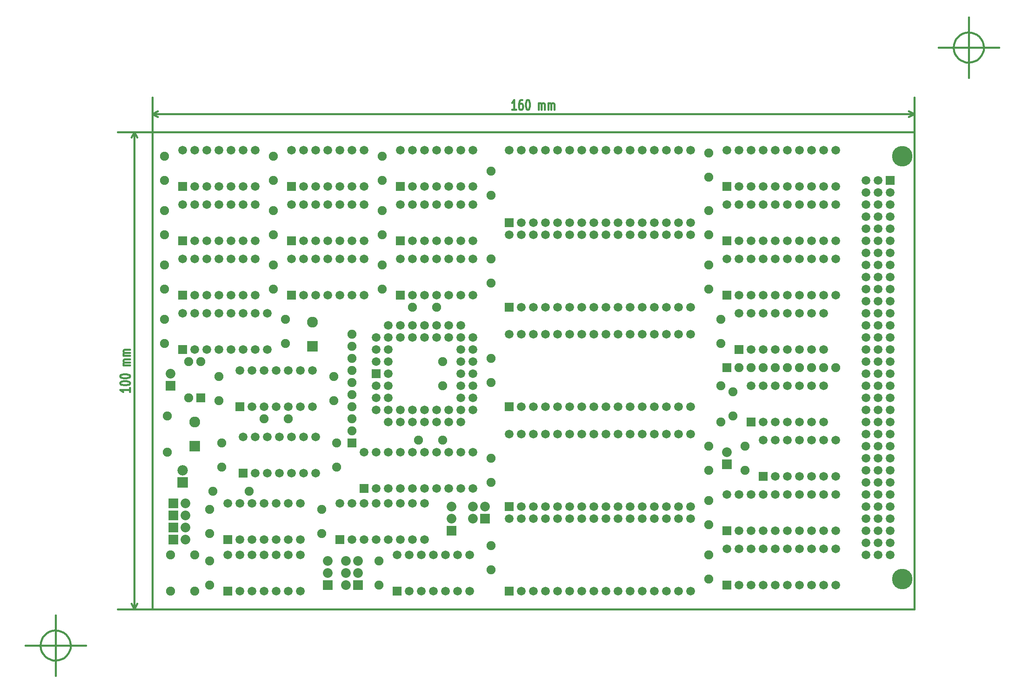
<source format=gts>
G04 (created by PCBNEW-RS274X (2011-07-12 BZR 3047)-stable) date Mon 09 Sep 2013 07:59:49 PM PDT*
G01*
G70*
G90*
%MOIN*%
G04 Gerber Fmt 3.4, Leading zero omitted, Abs format*
%FSLAX34Y34*%
G04 APERTURE LIST*
%ADD10C,0.006000*%
%ADD11C,0.015000*%
%ADD12C,0.075000*%
%ADD13R,0.090000X0.090000*%
%ADD14C,0.090000*%
%ADD15R,0.072000X0.072000*%
%ADD16C,0.072000*%
%ADD17C,0.170000*%
%ADD18R,0.075000X0.075000*%
%ADD19R,0.086000X0.086000*%
%ADD20C,0.086000*%
%ADD21R,0.080000X0.080000*%
%ADD22C,0.080000*%
G04 APERTURE END LIST*
G54D10*
G54D11*
X93500Y-60500D02*
X93500Y-21000D01*
X30500Y-60500D02*
X93500Y-60500D01*
X30500Y-21000D02*
X30500Y-60500D01*
X23750Y-63500D02*
X23726Y-63742D01*
X23655Y-63976D01*
X23541Y-64191D01*
X23386Y-64380D01*
X23198Y-64536D01*
X22984Y-64652D01*
X22751Y-64724D01*
X22508Y-64749D01*
X22266Y-64727D01*
X22032Y-64658D01*
X21816Y-64545D01*
X21626Y-64393D01*
X21469Y-64206D01*
X21352Y-63992D01*
X21278Y-63759D01*
X21251Y-63517D01*
X21271Y-63275D01*
X21338Y-63040D01*
X21450Y-62823D01*
X21601Y-62632D01*
X21787Y-62474D01*
X22000Y-62355D01*
X22232Y-62280D01*
X22474Y-62251D01*
X22717Y-62269D01*
X22952Y-62335D01*
X23169Y-62445D01*
X23362Y-62595D01*
X23521Y-62780D01*
X23641Y-62992D01*
X23718Y-63224D01*
X23749Y-63466D01*
X23750Y-63500D01*
X20000Y-63500D02*
X25000Y-63500D01*
X22500Y-61000D02*
X22500Y-66000D01*
X99250Y-14000D02*
X99226Y-14242D01*
X99155Y-14476D01*
X99041Y-14691D01*
X98886Y-14880D01*
X98698Y-15036D01*
X98484Y-15152D01*
X98251Y-15224D01*
X98008Y-15249D01*
X97766Y-15227D01*
X97532Y-15158D01*
X97316Y-15045D01*
X97126Y-14893D01*
X96969Y-14706D01*
X96852Y-14492D01*
X96778Y-14259D01*
X96751Y-14017D01*
X96771Y-13775D01*
X96838Y-13540D01*
X96950Y-13323D01*
X97101Y-13132D01*
X97287Y-12974D01*
X97500Y-12855D01*
X97732Y-12780D01*
X97974Y-12751D01*
X98217Y-12769D01*
X98452Y-12835D01*
X98669Y-12945D01*
X98862Y-13095D01*
X99021Y-13280D01*
X99141Y-13492D01*
X99218Y-13724D01*
X99249Y-13966D01*
X99250Y-14000D01*
X95500Y-14000D02*
X100500Y-14000D01*
X98000Y-11500D02*
X98000Y-16500D01*
X28639Y-42178D02*
X28639Y-42521D01*
X28639Y-42349D02*
X27839Y-42349D01*
X27953Y-42406D01*
X28029Y-42464D01*
X28067Y-42521D01*
X27839Y-41807D02*
X27839Y-41750D01*
X27877Y-41693D01*
X27915Y-41664D01*
X27991Y-41635D01*
X28144Y-41607D01*
X28334Y-41607D01*
X28486Y-41635D01*
X28563Y-41664D01*
X28601Y-41693D01*
X28639Y-41750D01*
X28639Y-41807D01*
X28601Y-41864D01*
X28563Y-41893D01*
X28486Y-41921D01*
X28334Y-41950D01*
X28144Y-41950D01*
X27991Y-41921D01*
X27915Y-41893D01*
X27877Y-41864D01*
X27839Y-41807D01*
X27839Y-41236D02*
X27839Y-41179D01*
X27877Y-41122D01*
X27915Y-41093D01*
X27991Y-41064D01*
X28144Y-41036D01*
X28334Y-41036D01*
X28486Y-41064D01*
X28563Y-41093D01*
X28601Y-41122D01*
X28639Y-41179D01*
X28639Y-41236D01*
X28601Y-41293D01*
X28563Y-41322D01*
X28486Y-41350D01*
X28334Y-41379D01*
X28144Y-41379D01*
X27991Y-41350D01*
X27915Y-41322D01*
X27877Y-41293D01*
X27839Y-41236D01*
X28639Y-40322D02*
X28105Y-40322D01*
X28182Y-40322D02*
X28144Y-40294D01*
X28105Y-40236D01*
X28105Y-40151D01*
X28144Y-40094D01*
X28220Y-40065D01*
X28639Y-40065D01*
X28220Y-40065D02*
X28144Y-40036D01*
X28105Y-39979D01*
X28105Y-39894D01*
X28144Y-39836D01*
X28220Y-39808D01*
X28639Y-39808D01*
X28639Y-39522D02*
X28105Y-39522D01*
X28182Y-39522D02*
X28144Y-39494D01*
X28105Y-39436D01*
X28105Y-39351D01*
X28144Y-39294D01*
X28220Y-39265D01*
X28639Y-39265D01*
X28220Y-39265D02*
X28144Y-39236D01*
X28105Y-39179D01*
X28105Y-39094D01*
X28144Y-39036D01*
X28220Y-39008D01*
X28639Y-39008D01*
X29000Y-60500D02*
X29000Y-21000D01*
X30500Y-60500D02*
X27630Y-60500D01*
X30500Y-21000D02*
X27630Y-21000D01*
X29000Y-21000D02*
X29230Y-21443D01*
X29000Y-21000D02*
X28770Y-21443D01*
X29000Y-60500D02*
X29230Y-60057D01*
X29000Y-60500D02*
X28770Y-60057D01*
X30500Y-21000D02*
X93500Y-21000D01*
X60572Y-19140D02*
X60229Y-19140D01*
X60401Y-19140D02*
X60401Y-18340D01*
X60344Y-18454D01*
X60286Y-18530D01*
X60229Y-18568D01*
X61086Y-18340D02*
X60972Y-18340D01*
X60915Y-18378D01*
X60886Y-18416D01*
X60829Y-18530D01*
X60800Y-18683D01*
X60800Y-18987D01*
X60829Y-19064D01*
X60857Y-19102D01*
X60915Y-19140D01*
X61029Y-19140D01*
X61086Y-19102D01*
X61115Y-19064D01*
X61143Y-18987D01*
X61143Y-18797D01*
X61115Y-18721D01*
X61086Y-18683D01*
X61029Y-18645D01*
X60915Y-18645D01*
X60857Y-18683D01*
X60829Y-18721D01*
X60800Y-18797D01*
X61514Y-18340D02*
X61571Y-18340D01*
X61628Y-18378D01*
X61657Y-18416D01*
X61686Y-18492D01*
X61714Y-18645D01*
X61714Y-18835D01*
X61686Y-18987D01*
X61657Y-19064D01*
X61628Y-19102D01*
X61571Y-19140D01*
X61514Y-19140D01*
X61457Y-19102D01*
X61428Y-19064D01*
X61400Y-18987D01*
X61371Y-18835D01*
X61371Y-18645D01*
X61400Y-18492D01*
X61428Y-18416D01*
X61457Y-18378D01*
X61514Y-18340D01*
X62428Y-19140D02*
X62428Y-18606D01*
X62428Y-18683D02*
X62456Y-18645D01*
X62514Y-18606D01*
X62599Y-18606D01*
X62656Y-18645D01*
X62685Y-18721D01*
X62685Y-19140D01*
X62685Y-18721D02*
X62714Y-18645D01*
X62771Y-18606D01*
X62856Y-18606D01*
X62914Y-18645D01*
X62942Y-18721D01*
X62942Y-19140D01*
X63228Y-19140D02*
X63228Y-18606D01*
X63228Y-18683D02*
X63256Y-18645D01*
X63314Y-18606D01*
X63399Y-18606D01*
X63456Y-18645D01*
X63485Y-18721D01*
X63485Y-19140D01*
X63485Y-18721D02*
X63514Y-18645D01*
X63571Y-18606D01*
X63656Y-18606D01*
X63714Y-18645D01*
X63742Y-18721D01*
X63742Y-19140D01*
X30500Y-19501D02*
X93500Y-19501D01*
X30500Y-21000D02*
X30500Y-18131D01*
X93500Y-21000D02*
X93500Y-18131D01*
X93500Y-19501D02*
X93057Y-19731D01*
X93500Y-19501D02*
X93057Y-19271D01*
X30500Y-19501D02*
X30943Y-19731D01*
X30500Y-19501D02*
X30943Y-19271D01*
G54D12*
X54500Y-42000D03*
X54500Y-40000D03*
X77500Y-36500D03*
X77500Y-38500D03*
X49500Y-32000D03*
X49500Y-34000D03*
X31500Y-32000D03*
X31500Y-34000D03*
X49500Y-27500D03*
X49500Y-29500D03*
X45750Y-46750D03*
X45750Y-48750D03*
X79500Y-47000D03*
X79500Y-49000D03*
X35250Y-52250D03*
X35250Y-54250D03*
X76500Y-32000D03*
X76500Y-34000D03*
X58500Y-48000D03*
X58500Y-50000D03*
X58500Y-31500D03*
X58500Y-33500D03*
X76500Y-27500D03*
X76500Y-29500D03*
X76500Y-22750D03*
X76500Y-24750D03*
X41500Y-38500D03*
X41500Y-36500D03*
X58500Y-24250D03*
X58500Y-26250D03*
X58500Y-55250D03*
X58500Y-57250D03*
X49250Y-56500D03*
X49250Y-58500D03*
X36250Y-46750D03*
X36250Y-48750D03*
X31500Y-27500D03*
X31500Y-29500D03*
X31500Y-23000D03*
X31500Y-25000D03*
X44500Y-52250D03*
X44500Y-54250D03*
X35250Y-56500D03*
X35250Y-58500D03*
X36000Y-41250D03*
X36000Y-43250D03*
X45500Y-41250D03*
X45500Y-43250D03*
X40500Y-32000D03*
X40500Y-34000D03*
X40500Y-27500D03*
X40500Y-29500D03*
X40500Y-23000D03*
X40500Y-25000D03*
X49500Y-23000D03*
X49500Y-25000D03*
X76500Y-56000D03*
X76500Y-58000D03*
X76500Y-51500D03*
X76500Y-53500D03*
X76500Y-47000D03*
X76500Y-49000D03*
X78500Y-42500D03*
X78500Y-44500D03*
X52500Y-46500D03*
X54500Y-46500D03*
X31500Y-36500D03*
X31500Y-38500D03*
X52000Y-35500D03*
X54000Y-35500D03*
X58500Y-39750D03*
X58500Y-41750D03*
X39750Y-44750D03*
X41750Y-44750D03*
G54D13*
X34000Y-47000D03*
G54D14*
X34000Y-45000D03*
G54D13*
X43750Y-38750D03*
G54D14*
X43750Y-36750D03*
G54D15*
X91500Y-25000D03*
G54D16*
X91500Y-26000D03*
X91500Y-27000D03*
X91500Y-28000D03*
X91500Y-29000D03*
X91500Y-30000D03*
X91500Y-31000D03*
X91500Y-32000D03*
X91500Y-33000D03*
X91500Y-34000D03*
X91500Y-35000D03*
X91500Y-36000D03*
X91500Y-37000D03*
X91500Y-38000D03*
X91500Y-39000D03*
X91500Y-40000D03*
X91500Y-41000D03*
X91500Y-42000D03*
X91500Y-43000D03*
X91500Y-44000D03*
X91500Y-45000D03*
X91500Y-46000D03*
X91500Y-47000D03*
X91500Y-48000D03*
X91500Y-49000D03*
X91500Y-50000D03*
X91500Y-51000D03*
X91500Y-52000D03*
X91500Y-53000D03*
X91500Y-54000D03*
X91500Y-55000D03*
X91500Y-56000D03*
X90500Y-25000D03*
X90500Y-26000D03*
X90500Y-27000D03*
X90500Y-28000D03*
X90500Y-29000D03*
X90500Y-30000D03*
X90500Y-31000D03*
X90500Y-32000D03*
X90500Y-33000D03*
X90500Y-34000D03*
X90500Y-35000D03*
X90500Y-36000D03*
X90500Y-37000D03*
X90500Y-38000D03*
X90500Y-39000D03*
X90500Y-40000D03*
X90500Y-41000D03*
X90500Y-42000D03*
X90500Y-43000D03*
X90500Y-44000D03*
X90500Y-45000D03*
X90500Y-46000D03*
X90500Y-47000D03*
X90500Y-48000D03*
X90500Y-49000D03*
X90500Y-50000D03*
X90500Y-51000D03*
X90500Y-52000D03*
X90500Y-53000D03*
X90500Y-54000D03*
X90500Y-55000D03*
X90500Y-56000D03*
X89500Y-25000D03*
X89500Y-26000D03*
X89500Y-27000D03*
X89500Y-28000D03*
X89500Y-29000D03*
X89500Y-30000D03*
X89500Y-31000D03*
X89500Y-32000D03*
X89500Y-33000D03*
X89500Y-34000D03*
X89500Y-35000D03*
X89500Y-36000D03*
X89500Y-37000D03*
X89500Y-38000D03*
X89500Y-39000D03*
X89500Y-40000D03*
X89500Y-41000D03*
X89500Y-42000D03*
X89500Y-43000D03*
X89500Y-44000D03*
X89500Y-45000D03*
X89500Y-46000D03*
X89500Y-47000D03*
X89500Y-48000D03*
X89500Y-49000D03*
X89500Y-50000D03*
X89500Y-51000D03*
X89500Y-52000D03*
X89500Y-53000D03*
X89500Y-54000D03*
X89500Y-55000D03*
X89500Y-56000D03*
G54D17*
X92500Y-58000D03*
X92500Y-23000D03*
G54D18*
X34500Y-43000D03*
G54D12*
X34500Y-40000D03*
G54D15*
X38000Y-49250D03*
G54D16*
X39000Y-49250D03*
X40000Y-49250D03*
X41000Y-49250D03*
X42000Y-49250D03*
X43000Y-49250D03*
X44000Y-49250D03*
X44000Y-46250D03*
X43000Y-46250D03*
X42000Y-46250D03*
X41000Y-46250D03*
X40000Y-46250D03*
X39000Y-46250D03*
X38000Y-46250D03*
G54D15*
X36750Y-54750D03*
G54D16*
X37750Y-54750D03*
X38750Y-54750D03*
X39750Y-54750D03*
X40750Y-54750D03*
X41750Y-54750D03*
X42750Y-54750D03*
X42750Y-51750D03*
X41750Y-51750D03*
X40750Y-51750D03*
X39750Y-51750D03*
X38750Y-51750D03*
X37750Y-51750D03*
X36750Y-51750D03*
G54D15*
X42000Y-25500D03*
G54D16*
X43000Y-25500D03*
X44000Y-25500D03*
X45000Y-25500D03*
X46000Y-25500D03*
X47000Y-25500D03*
X48000Y-25500D03*
X48000Y-22500D03*
X47000Y-22500D03*
X46000Y-22500D03*
X45000Y-22500D03*
X44000Y-22500D03*
X43000Y-22500D03*
X42000Y-22500D03*
G54D15*
X36750Y-59000D03*
G54D16*
X37750Y-59000D03*
X38750Y-59000D03*
X39750Y-59000D03*
X40750Y-59000D03*
X41750Y-59000D03*
X42750Y-59000D03*
X42750Y-56000D03*
X41750Y-56000D03*
X40750Y-56000D03*
X39750Y-56000D03*
X38750Y-56000D03*
X37750Y-56000D03*
X36750Y-56000D03*
G54D15*
X33000Y-34500D03*
G54D16*
X34000Y-34500D03*
X35000Y-34500D03*
X36000Y-34500D03*
X37000Y-34500D03*
X38000Y-34500D03*
X39000Y-34500D03*
X39000Y-31500D03*
X38000Y-31500D03*
X37000Y-31500D03*
X36000Y-31500D03*
X35000Y-31500D03*
X34000Y-31500D03*
X33000Y-31500D03*
G54D15*
X33000Y-25500D03*
G54D16*
X34000Y-25500D03*
X35000Y-25500D03*
X36000Y-25500D03*
X37000Y-25500D03*
X38000Y-25500D03*
X39000Y-25500D03*
X39000Y-22500D03*
X38000Y-22500D03*
X37000Y-22500D03*
X36000Y-22500D03*
X35000Y-22500D03*
X34000Y-22500D03*
X33000Y-22500D03*
G54D15*
X42000Y-34500D03*
G54D16*
X43000Y-34500D03*
X44000Y-34500D03*
X45000Y-34500D03*
X46000Y-34500D03*
X47000Y-34500D03*
X48000Y-34500D03*
X48000Y-31500D03*
X47000Y-31500D03*
X46000Y-31500D03*
X45000Y-31500D03*
X44000Y-31500D03*
X43000Y-31500D03*
X42000Y-31500D03*
G54D15*
X51000Y-30000D03*
G54D16*
X52000Y-30000D03*
X53000Y-30000D03*
X54000Y-30000D03*
X55000Y-30000D03*
X56000Y-30000D03*
X57000Y-30000D03*
X57000Y-27000D03*
X56000Y-27000D03*
X55000Y-27000D03*
X54000Y-27000D03*
X53000Y-27000D03*
X52000Y-27000D03*
X51000Y-27000D03*
G54D15*
X81000Y-49500D03*
G54D16*
X82000Y-49500D03*
X83000Y-49500D03*
X84000Y-49500D03*
X85000Y-49500D03*
X86000Y-49500D03*
X87000Y-49500D03*
X87000Y-46500D03*
X86000Y-46500D03*
X85000Y-46500D03*
X84000Y-46500D03*
X83000Y-46500D03*
X82000Y-46500D03*
X81000Y-46500D03*
G54D15*
X37750Y-43750D03*
G54D16*
X38750Y-43750D03*
X39750Y-43750D03*
X40750Y-43750D03*
X41750Y-43750D03*
X42750Y-43750D03*
X43750Y-43750D03*
X43750Y-40750D03*
X42750Y-40750D03*
X41750Y-40750D03*
X40750Y-40750D03*
X39750Y-40750D03*
X38750Y-40750D03*
X37750Y-40750D03*
G54D15*
X42000Y-30000D03*
G54D16*
X43000Y-30000D03*
X44000Y-30000D03*
X45000Y-30000D03*
X46000Y-30000D03*
X47000Y-30000D03*
X48000Y-30000D03*
X48000Y-27000D03*
X47000Y-27000D03*
X46000Y-27000D03*
X45000Y-27000D03*
X44000Y-27000D03*
X43000Y-27000D03*
X42000Y-27000D03*
G54D15*
X33000Y-30000D03*
G54D16*
X34000Y-30000D03*
X35000Y-30000D03*
X36000Y-30000D03*
X37000Y-30000D03*
X38000Y-30000D03*
X39000Y-30000D03*
X39000Y-27000D03*
X38000Y-27000D03*
X37000Y-27000D03*
X36000Y-27000D03*
X35000Y-27000D03*
X34000Y-27000D03*
X33000Y-27000D03*
G54D15*
X51000Y-34500D03*
G54D16*
X52000Y-34500D03*
X53000Y-34500D03*
X54000Y-34500D03*
X55000Y-34500D03*
X56000Y-34500D03*
X57000Y-34500D03*
X57000Y-31500D03*
X56000Y-31500D03*
X55000Y-31500D03*
X54000Y-31500D03*
X53000Y-31500D03*
X52000Y-31500D03*
X51000Y-31500D03*
G54D15*
X51000Y-25500D03*
G54D16*
X52000Y-25500D03*
X53000Y-25500D03*
X54000Y-25500D03*
X55000Y-25500D03*
X56000Y-25500D03*
X57000Y-25500D03*
X57000Y-22500D03*
X56000Y-22500D03*
X55000Y-22500D03*
X54000Y-22500D03*
X53000Y-22500D03*
X52000Y-22500D03*
X51000Y-22500D03*
G54D15*
X79000Y-39000D03*
G54D16*
X80000Y-39000D03*
X81000Y-39000D03*
X82000Y-39000D03*
X83000Y-39000D03*
X84000Y-39000D03*
X85000Y-39000D03*
X86000Y-39000D03*
X86000Y-36000D03*
X85000Y-36000D03*
X84000Y-36000D03*
X83000Y-36000D03*
X82000Y-36000D03*
X81000Y-36000D03*
X80000Y-36000D03*
X79000Y-36000D03*
G54D15*
X46000Y-54750D03*
G54D16*
X47000Y-54750D03*
X48000Y-54750D03*
X49000Y-54750D03*
X50000Y-54750D03*
X51000Y-54750D03*
X52000Y-54750D03*
X53000Y-54750D03*
X53000Y-51750D03*
X52000Y-51750D03*
X51000Y-51750D03*
X50000Y-51750D03*
X49000Y-51750D03*
X48000Y-51750D03*
X47000Y-51750D03*
X46000Y-51750D03*
G54D15*
X33000Y-39000D03*
G54D16*
X34000Y-39000D03*
X35000Y-39000D03*
X36000Y-39000D03*
X37000Y-39000D03*
X38000Y-39000D03*
X39000Y-39000D03*
X40000Y-39000D03*
X40000Y-36000D03*
X39000Y-36000D03*
X38000Y-36000D03*
X37000Y-36000D03*
X36000Y-36000D03*
X35000Y-36000D03*
X34000Y-36000D03*
X33000Y-36000D03*
G54D15*
X48000Y-50500D03*
G54D16*
X49000Y-50500D03*
X50000Y-50500D03*
X51000Y-50500D03*
X52000Y-50500D03*
X53000Y-50500D03*
X54000Y-50500D03*
X55000Y-50500D03*
X56000Y-50500D03*
X57000Y-50500D03*
X57000Y-47500D03*
X56000Y-47500D03*
X55000Y-47500D03*
X54000Y-47500D03*
X53000Y-47500D03*
X52000Y-47500D03*
X51000Y-47500D03*
X50000Y-47500D03*
X49000Y-47500D03*
X48000Y-47500D03*
G54D15*
X78000Y-25500D03*
G54D16*
X79000Y-25500D03*
X80000Y-25500D03*
X81000Y-25500D03*
X82000Y-25500D03*
X83000Y-25500D03*
X84000Y-25500D03*
X85000Y-25500D03*
X86000Y-25500D03*
X87000Y-25500D03*
X87000Y-22500D03*
X86000Y-22500D03*
X85000Y-22500D03*
X84000Y-22500D03*
X83000Y-22500D03*
X82000Y-22500D03*
X81000Y-22500D03*
X80000Y-22500D03*
X79000Y-22500D03*
X78000Y-22500D03*
G54D15*
X78000Y-58500D03*
G54D16*
X79000Y-58500D03*
X80000Y-58500D03*
X81000Y-58500D03*
X82000Y-58500D03*
X83000Y-58500D03*
X84000Y-58500D03*
X85000Y-58500D03*
X86000Y-58500D03*
X87000Y-58500D03*
X87000Y-55500D03*
X86000Y-55500D03*
X85000Y-55500D03*
X84000Y-55500D03*
X83000Y-55500D03*
X82000Y-55500D03*
X81000Y-55500D03*
X80000Y-55500D03*
X79000Y-55500D03*
X78000Y-55500D03*
G54D15*
X78000Y-30000D03*
G54D16*
X79000Y-30000D03*
X80000Y-30000D03*
X81000Y-30000D03*
X82000Y-30000D03*
X83000Y-30000D03*
X84000Y-30000D03*
X85000Y-30000D03*
X86000Y-30000D03*
X87000Y-30000D03*
X87000Y-27000D03*
X86000Y-27000D03*
X85000Y-27000D03*
X84000Y-27000D03*
X83000Y-27000D03*
X82000Y-27000D03*
X81000Y-27000D03*
X80000Y-27000D03*
X79000Y-27000D03*
X78000Y-27000D03*
G54D15*
X78000Y-54000D03*
G54D16*
X79000Y-54000D03*
X80000Y-54000D03*
X81000Y-54000D03*
X82000Y-54000D03*
X83000Y-54000D03*
X84000Y-54000D03*
X85000Y-54000D03*
X86000Y-54000D03*
X87000Y-54000D03*
X87000Y-51000D03*
X86000Y-51000D03*
X85000Y-51000D03*
X84000Y-51000D03*
X83000Y-51000D03*
X82000Y-51000D03*
X81000Y-51000D03*
X80000Y-51000D03*
X79000Y-51000D03*
X78000Y-51000D03*
G54D15*
X78000Y-34500D03*
G54D16*
X79000Y-34500D03*
X80000Y-34500D03*
X81000Y-34500D03*
X82000Y-34500D03*
X83000Y-34500D03*
X84000Y-34500D03*
X85000Y-34500D03*
X86000Y-34500D03*
X87000Y-34500D03*
X87000Y-31500D03*
X86000Y-31500D03*
X85000Y-31500D03*
X84000Y-31500D03*
X83000Y-31500D03*
X82000Y-31500D03*
X81000Y-31500D03*
X80000Y-31500D03*
X79000Y-31500D03*
X78000Y-31500D03*
G54D15*
X60000Y-28500D03*
G54D16*
X61000Y-28500D03*
X62000Y-28500D03*
X63000Y-28500D03*
X64000Y-28500D03*
X65000Y-28500D03*
X66000Y-28500D03*
X67000Y-28500D03*
X68000Y-28500D03*
X69000Y-28500D03*
X70000Y-28500D03*
X71000Y-28500D03*
X72000Y-28500D03*
X73000Y-28500D03*
X74000Y-28500D03*
X75000Y-28500D03*
X75000Y-22500D03*
X74000Y-22500D03*
X73000Y-22500D03*
X72000Y-22500D03*
X71000Y-22500D03*
X70000Y-22500D03*
X69000Y-22500D03*
X68000Y-22500D03*
X67000Y-22500D03*
X66000Y-22500D03*
X65000Y-22500D03*
X64000Y-22500D03*
X63000Y-22500D03*
X62000Y-22500D03*
X61000Y-22500D03*
X60000Y-22500D03*
G54D15*
X60000Y-35500D03*
G54D16*
X61000Y-35500D03*
X62000Y-35500D03*
X63000Y-35500D03*
X64000Y-35500D03*
X65000Y-35500D03*
X66000Y-35500D03*
X67000Y-35500D03*
X68000Y-35500D03*
X69000Y-35500D03*
X70000Y-35500D03*
X71000Y-35500D03*
X72000Y-35500D03*
X73000Y-35500D03*
X74000Y-35500D03*
X75000Y-35500D03*
X75000Y-29500D03*
X74000Y-29500D03*
X73000Y-29500D03*
X72000Y-29500D03*
X71000Y-29500D03*
X70000Y-29500D03*
X69000Y-29500D03*
X68000Y-29500D03*
X67000Y-29500D03*
X66000Y-29500D03*
X65000Y-29500D03*
X64000Y-29500D03*
X63000Y-29500D03*
X62000Y-29500D03*
X61000Y-29500D03*
X60000Y-29500D03*
G54D15*
X60000Y-52000D03*
G54D16*
X61000Y-52000D03*
X62000Y-52000D03*
X63000Y-52000D03*
X64000Y-52000D03*
X65000Y-52000D03*
X66000Y-52000D03*
X67000Y-52000D03*
X68000Y-52000D03*
X69000Y-52000D03*
X70000Y-52000D03*
X71000Y-52000D03*
X72000Y-52000D03*
X73000Y-52000D03*
X74000Y-52000D03*
X75000Y-52000D03*
X75000Y-46000D03*
X74000Y-46000D03*
X73000Y-46000D03*
X72000Y-46000D03*
X71000Y-46000D03*
X70000Y-46000D03*
X69000Y-46000D03*
X68000Y-46000D03*
X67000Y-46000D03*
X66000Y-46000D03*
X65000Y-46000D03*
X64000Y-46000D03*
X63000Y-46000D03*
X62000Y-46000D03*
X61000Y-46000D03*
X60000Y-46000D03*
G54D15*
X60000Y-59000D03*
G54D16*
X61000Y-59000D03*
X62000Y-59000D03*
X63000Y-59000D03*
X64000Y-59000D03*
X65000Y-59000D03*
X66000Y-59000D03*
X67000Y-59000D03*
X68000Y-59000D03*
X69000Y-59000D03*
X70000Y-59000D03*
X71000Y-59000D03*
X72000Y-59000D03*
X73000Y-59000D03*
X74000Y-59000D03*
X75000Y-59000D03*
X75000Y-53000D03*
X74000Y-53000D03*
X73000Y-53000D03*
X72000Y-53000D03*
X71000Y-53000D03*
X70000Y-53000D03*
X69000Y-53000D03*
X68000Y-53000D03*
X67000Y-53000D03*
X66000Y-53000D03*
X65000Y-53000D03*
X64000Y-53000D03*
X63000Y-53000D03*
X62000Y-53000D03*
X61000Y-53000D03*
X60000Y-53000D03*
G54D15*
X60000Y-43750D03*
G54D16*
X61000Y-43750D03*
X62000Y-43750D03*
X63000Y-43750D03*
X64000Y-43750D03*
X65000Y-43750D03*
X66000Y-43750D03*
X67000Y-43750D03*
X68000Y-43750D03*
X69000Y-43750D03*
X70000Y-43750D03*
X71000Y-43750D03*
X72000Y-43750D03*
X73000Y-43750D03*
X74000Y-43750D03*
X75000Y-43750D03*
X75000Y-37750D03*
X74000Y-37750D03*
X73000Y-37750D03*
X72000Y-37750D03*
X71000Y-37750D03*
X70000Y-37750D03*
X69000Y-37750D03*
X68000Y-37750D03*
X67000Y-37750D03*
X66000Y-37750D03*
X65000Y-37750D03*
X64000Y-37750D03*
X63000Y-37750D03*
X62000Y-37750D03*
X61000Y-37750D03*
X60000Y-37750D03*
G54D19*
X33000Y-50000D03*
G54D20*
X33000Y-49000D03*
G54D21*
X32000Y-42000D03*
G54D22*
X32000Y-41000D03*
G54D21*
X78000Y-48500D03*
G54D22*
X78000Y-47500D03*
G54D21*
X58000Y-53000D03*
G54D22*
X57000Y-53000D03*
X58000Y-52000D03*
X57000Y-52000D03*
G54D21*
X45000Y-58500D03*
G54D22*
X45000Y-57500D03*
X45000Y-56500D03*
G54D21*
X47500Y-58500D03*
G54D22*
X46500Y-58500D03*
X47500Y-57500D03*
X46500Y-57500D03*
X47500Y-56500D03*
X46500Y-56500D03*
G54D15*
X49000Y-41000D03*
G54D16*
X50000Y-41000D03*
X49000Y-42000D03*
X50000Y-42000D03*
X49000Y-43000D03*
X50000Y-43000D03*
X49000Y-44000D03*
X50000Y-45000D03*
X50000Y-44000D03*
X51000Y-45000D03*
X51000Y-44000D03*
X52000Y-45000D03*
X52000Y-44000D03*
X53000Y-45000D03*
X53000Y-44000D03*
X54000Y-45000D03*
X54000Y-44000D03*
X55000Y-45000D03*
X55000Y-44000D03*
X56000Y-45000D03*
X57000Y-44000D03*
X56000Y-44000D03*
X57000Y-43000D03*
X56000Y-43000D03*
X57000Y-42000D03*
X56000Y-42000D03*
X57000Y-41000D03*
X56000Y-41000D03*
X57000Y-40000D03*
X56000Y-40000D03*
X57000Y-39000D03*
X56000Y-39000D03*
X57000Y-38000D03*
X56000Y-37000D03*
X56000Y-38000D03*
X55000Y-37000D03*
X55000Y-38000D03*
X54000Y-37000D03*
X54000Y-38000D03*
X53000Y-37000D03*
X53000Y-38000D03*
X52000Y-37000D03*
X52000Y-38000D03*
X51000Y-37000D03*
X51000Y-38000D03*
X50000Y-37000D03*
X49000Y-38000D03*
X50000Y-38000D03*
X49000Y-39000D03*
X50000Y-39000D03*
X49000Y-40000D03*
X50000Y-40000D03*
G54D12*
X31750Y-44500D03*
X31750Y-47500D03*
X33500Y-40000D03*
X33500Y-43000D03*
G54D18*
X47000Y-46750D03*
G54D12*
X47000Y-45750D03*
X47000Y-44750D03*
X47000Y-43750D03*
X47000Y-42750D03*
X47000Y-41750D03*
X47000Y-40750D03*
X47000Y-39750D03*
X47000Y-38750D03*
X47000Y-37750D03*
G54D18*
X78000Y-40500D03*
G54D12*
X79000Y-40500D03*
X80000Y-40500D03*
X81000Y-40500D03*
X82000Y-40500D03*
X83000Y-40500D03*
X84000Y-40500D03*
X85000Y-40500D03*
X86000Y-40500D03*
X87000Y-40500D03*
X32000Y-56000D03*
X34000Y-56000D03*
X32000Y-59000D03*
X34000Y-59000D03*
G54D21*
X55250Y-54000D03*
G54D22*
X55250Y-53000D03*
X55250Y-52000D03*
G54D21*
X32250Y-52750D03*
G54D22*
X33250Y-52750D03*
G54D21*
X32250Y-53750D03*
G54D22*
X33250Y-53750D03*
G54D21*
X32250Y-54750D03*
G54D22*
X33250Y-54750D03*
G54D21*
X32250Y-51750D03*
G54D22*
X33250Y-51750D03*
G54D12*
X35500Y-50750D03*
X38500Y-50750D03*
G54D15*
X50750Y-59000D03*
G54D16*
X51750Y-59000D03*
X52750Y-59000D03*
X53750Y-59000D03*
X54750Y-59000D03*
X55750Y-59000D03*
X56750Y-59000D03*
X56750Y-56000D03*
X55750Y-56000D03*
X54750Y-56000D03*
X53750Y-56000D03*
X52750Y-56000D03*
X51750Y-56000D03*
X50750Y-56000D03*
G54D15*
X80000Y-45000D03*
G54D16*
X81000Y-45000D03*
X82000Y-45000D03*
X83000Y-45000D03*
X84000Y-45000D03*
X85000Y-45000D03*
X86000Y-45000D03*
X86000Y-42000D03*
X85000Y-42000D03*
X84000Y-42000D03*
X83000Y-42000D03*
X82000Y-42000D03*
X81000Y-42000D03*
X80000Y-42000D03*
G54D12*
X77500Y-42000D03*
X77500Y-45000D03*
M02*

</source>
